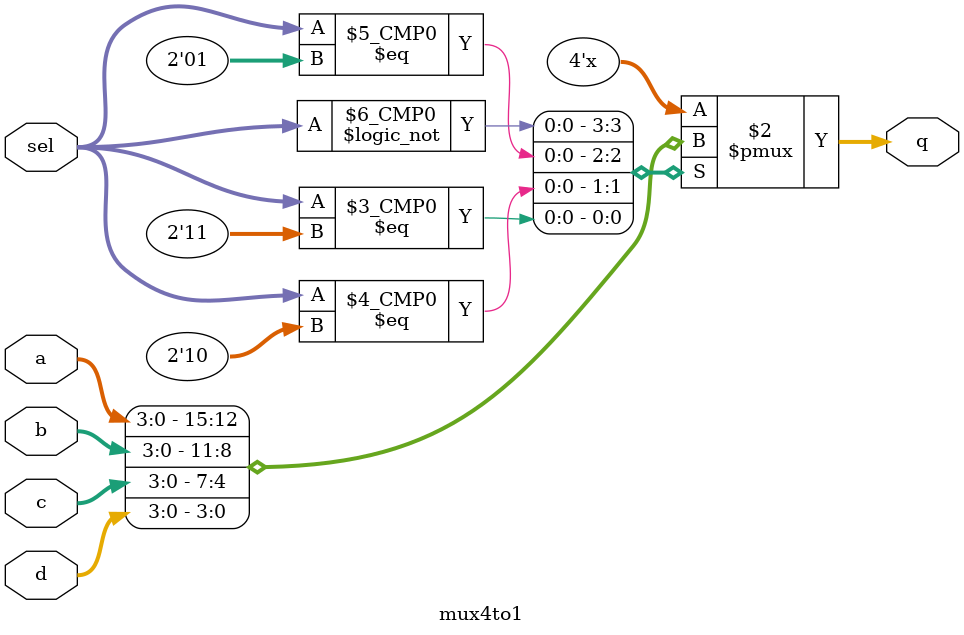
<source format=v>
module mux4to1 (sel, a, b, c, d, q);
	input [1:0]sel;
	input [3:0]a;
	input [3:0]b;
	input [3:0]c;
	input [3:0]d;
	output reg [3:0]q;
	
	always @ (sel) begin  
      case (sel)  
         2'b00 : q <= a;  
         2'b01 : q <= b;  
         2'b10 : q <= c;  
         2'b11 : q <= d;  
      endcase  
   end  
endmodule

</source>
